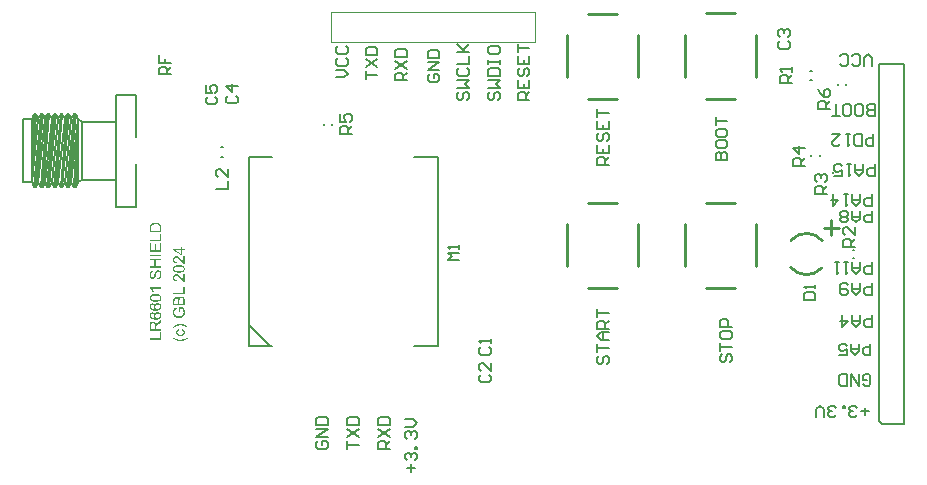
<source format=gto>
G04*
G04 #@! TF.GenerationSoftware,Altium Limited,Altium Designer,23.0.1 (38)*
G04*
G04 Layer_Color=65535*
%FSLAX42Y42*%
%MOMM*%
G71*
G04*
G04 #@! TF.SameCoordinates,95CDDE1D-1A7E-4F85-AF55-DDA07DA04742*
G04*
G04*
G04 #@! TF.FilePolarity,Positive*
G04*
G01*
G75*
%ADD10C,0.25*%
%ADD11C,0.20*%
%ADD12C,0.12*%
G36*
X437Y1958D02*
X460D01*
Y1946D01*
X437D01*
Y1903D01*
X426D01*
X363Y1948D01*
Y1958D01*
X426D01*
Y1971D01*
X437D01*
Y1958D01*
D02*
G37*
G36*
X460Y1830D02*
X460D01*
X460D01*
X459D01*
X458Y1830D01*
X456Y1830D01*
X455Y1831D01*
X454Y1831D01*
X452Y1831D01*
X452D01*
X452Y1831D01*
X451Y1832D01*
X450Y1832D01*
X448Y1833D01*
X446Y1834D01*
X444Y1836D01*
X442Y1837D01*
X439Y1839D01*
X439D01*
X439Y1840D01*
X438Y1840D01*
X437Y1842D01*
X435Y1843D01*
X433Y1845D01*
X430Y1848D01*
X427Y1851D01*
X424Y1855D01*
X424Y1855D01*
X424Y1856D01*
X423Y1856D01*
X422Y1857D01*
X421Y1859D01*
X420Y1860D01*
X419Y1862D01*
X417Y1864D01*
X414Y1867D01*
X410Y1871D01*
X409Y1872D01*
X407Y1874D01*
X405Y1875D01*
X404Y1876D01*
X404D01*
X403Y1877D01*
X403Y1877D01*
X402Y1877D01*
X401Y1878D01*
X399Y1879D01*
X397Y1880D01*
X394Y1881D01*
X392Y1882D01*
X389Y1882D01*
X389D01*
X389D01*
X388Y1882D01*
X387Y1882D01*
X385Y1882D01*
X383Y1881D01*
X381Y1880D01*
X379Y1879D01*
X377Y1877D01*
X377Y1877D01*
X376Y1876D01*
X376Y1875D01*
X375Y1874D01*
X374Y1872D01*
X373Y1869D01*
X372Y1867D01*
X372Y1864D01*
Y1863D01*
X372Y1862D01*
X373Y1861D01*
X373Y1859D01*
X374Y1856D01*
X375Y1854D01*
X376Y1852D01*
X378Y1850D01*
X378Y1849D01*
X379Y1849D01*
X380Y1848D01*
X381Y1847D01*
X383Y1846D01*
X386Y1845D01*
X389Y1845D01*
X392Y1844D01*
X391Y1832D01*
X391D01*
X390Y1832D01*
X389D01*
X388Y1832D01*
X387Y1833D01*
X386Y1833D01*
X384Y1833D01*
X383Y1834D01*
X380Y1835D01*
X376Y1837D01*
X374Y1838D01*
X373Y1839D01*
X371Y1840D01*
X370Y1842D01*
X370Y1842D01*
X370Y1842D01*
X369Y1842D01*
X369Y1843D01*
X368Y1844D01*
X368Y1845D01*
X367Y1846D01*
X366Y1848D01*
X365Y1849D01*
X365Y1851D01*
X364Y1853D01*
X364Y1855D01*
X363Y1857D01*
X363Y1859D01*
X363Y1861D01*
X362Y1864D01*
Y1865D01*
X363Y1866D01*
X363Y1867D01*
X363Y1869D01*
X363Y1870D01*
X363Y1872D01*
X364Y1876D01*
X366Y1879D01*
X367Y1881D01*
X368Y1883D01*
X369Y1885D01*
X370Y1886D01*
X370Y1886D01*
X371Y1887D01*
X371Y1887D01*
X372Y1887D01*
X372Y1888D01*
X373Y1889D01*
X374Y1890D01*
X376Y1890D01*
X378Y1892D01*
X382Y1893D01*
X383Y1894D01*
X385Y1894D01*
X387Y1894D01*
X390Y1895D01*
X390D01*
X391D01*
X392Y1894D01*
X393Y1894D01*
X395Y1894D01*
X397Y1893D01*
X399Y1893D01*
X401Y1892D01*
X401Y1892D01*
X402Y1892D01*
X403Y1891D01*
X405Y1890D01*
X406Y1889D01*
X409Y1888D01*
X411Y1886D01*
X413Y1884D01*
X413Y1884D01*
X414Y1883D01*
X415Y1882D01*
X416Y1882D01*
X416Y1881D01*
X418Y1880D01*
X419Y1878D01*
X420Y1877D01*
X421Y1876D01*
X423Y1874D01*
X424Y1872D01*
X426Y1870D01*
X428Y1868D01*
X430Y1866D01*
X430Y1865D01*
X431Y1865D01*
X431Y1865D01*
X432Y1864D01*
X432Y1863D01*
X433Y1862D01*
X435Y1860D01*
X437Y1857D01*
X439Y1855D01*
X441Y1853D01*
X442Y1852D01*
X443Y1852D01*
X443Y1852D01*
X443Y1851D01*
X444Y1851D01*
X445Y1850D01*
X445Y1849D01*
X446Y1848D01*
X449Y1847D01*
Y1895D01*
X460D01*
Y1830D01*
D02*
G37*
G36*
X417Y1819D02*
X418D01*
X420Y1819D01*
X422Y1819D01*
X427Y1819D01*
X431Y1818D01*
X436Y1817D01*
X438Y1817D01*
X440Y1816D01*
X440D01*
X441Y1816D01*
X441Y1815D01*
X442Y1815D01*
X443Y1815D01*
X444Y1814D01*
X446Y1813D01*
X449Y1812D01*
X452Y1810D01*
X454Y1808D01*
X456Y1805D01*
Y1805D01*
X457Y1805D01*
X457Y1805D01*
X457Y1804D01*
X458Y1803D01*
X458Y1803D01*
X459Y1800D01*
X460Y1798D01*
X461Y1795D01*
X462Y1791D01*
X462Y1788D01*
Y1786D01*
X462Y1785D01*
X462Y1784D01*
X462Y1783D01*
X461Y1781D01*
X461Y1779D01*
X460Y1778D01*
X460Y1776D01*
X459Y1774D01*
X458Y1772D01*
X457Y1770D01*
X455Y1769D01*
X454Y1767D01*
X452Y1765D01*
X452Y1765D01*
X452Y1765D01*
X451Y1765D01*
X450Y1764D01*
X448Y1763D01*
X447Y1762D01*
X445Y1761D01*
X443Y1761D01*
X440Y1760D01*
X437Y1759D01*
X434Y1758D01*
X430Y1757D01*
X426Y1757D01*
X422Y1756D01*
X417Y1756D01*
X412Y1756D01*
X412D01*
X412D01*
X411D01*
X410D01*
X408Y1756D01*
X406D01*
X404Y1756D01*
X402Y1756D01*
X398Y1757D01*
X393Y1757D01*
X389Y1758D01*
X387Y1759D01*
X384Y1759D01*
X384D01*
X384Y1759D01*
X383Y1760D01*
X383Y1760D01*
X382Y1760D01*
X381Y1761D01*
X378Y1762D01*
X376Y1763D01*
X373Y1765D01*
X370Y1767D01*
X368Y1770D01*
Y1770D01*
X368Y1770D01*
X368Y1771D01*
X367Y1771D01*
X367Y1772D01*
X366Y1773D01*
X365Y1775D01*
X364Y1777D01*
X363Y1780D01*
X363Y1784D01*
X362Y1788D01*
Y1789D01*
X363Y1790D01*
X363Y1792D01*
X363Y1794D01*
X364Y1797D01*
X365Y1799D01*
X366Y1801D01*
Y1801D01*
X366Y1802D01*
X366Y1802D01*
X367Y1803D01*
X368Y1805D01*
X369Y1806D01*
X371Y1808D01*
X373Y1810D01*
X375Y1811D01*
X375Y1811D01*
X376Y1812D01*
X377Y1812D01*
X379Y1813D01*
X381Y1814D01*
X383Y1815D01*
X386Y1816D01*
X389Y1817D01*
X390D01*
X390Y1817D01*
X390Y1818D01*
X391Y1818D01*
X392Y1818D01*
X393Y1818D01*
X394Y1818D01*
X395Y1818D01*
X397Y1819D01*
X399Y1819D01*
X401Y1819D01*
X403Y1819D01*
X405Y1819D01*
X407D01*
X410Y1820D01*
X412D01*
X413D01*
X413D01*
X414D01*
X415D01*
X417Y1819D01*
D02*
G37*
G36*
X460Y1678D02*
X460D01*
X460D01*
X459D01*
X458Y1678D01*
X456Y1679D01*
X455Y1679D01*
X454Y1679D01*
X452Y1680D01*
X452D01*
X452Y1680D01*
X451Y1680D01*
X450Y1681D01*
X448Y1682D01*
X446Y1683D01*
X444Y1684D01*
X442Y1686D01*
X439Y1688D01*
X439D01*
X439Y1688D01*
X438Y1689D01*
X437Y1690D01*
X435Y1692D01*
X433Y1694D01*
X430Y1696D01*
X427Y1700D01*
X424Y1703D01*
X424Y1703D01*
X424Y1704D01*
X423Y1705D01*
X422Y1706D01*
X421Y1707D01*
X420Y1709D01*
X419Y1710D01*
X417Y1712D01*
X414Y1715D01*
X410Y1719D01*
X409Y1721D01*
X407Y1722D01*
X405Y1724D01*
X404Y1725D01*
X404D01*
X403Y1725D01*
X403Y1725D01*
X402Y1726D01*
X401Y1727D01*
X399Y1728D01*
X397Y1729D01*
X394Y1730D01*
X392Y1730D01*
X389Y1731D01*
X389D01*
X389D01*
X388Y1730D01*
X387Y1730D01*
X385Y1730D01*
X383Y1729D01*
X381Y1728D01*
X379Y1727D01*
X377Y1725D01*
X377Y1725D01*
X376Y1724D01*
X376Y1723D01*
X375Y1722D01*
X374Y1720D01*
X373Y1718D01*
X372Y1715D01*
X372Y1712D01*
Y1711D01*
X372Y1711D01*
X373Y1709D01*
X373Y1707D01*
X374Y1705D01*
X375Y1702D01*
X376Y1700D01*
X378Y1698D01*
X378Y1698D01*
X379Y1697D01*
X380Y1696D01*
X381Y1695D01*
X383Y1694D01*
X386Y1694D01*
X389Y1693D01*
X392Y1693D01*
X391Y1681D01*
X391D01*
X390Y1681D01*
X389D01*
X388Y1681D01*
X387Y1681D01*
X386Y1681D01*
X384Y1682D01*
X383Y1682D01*
X380Y1683D01*
X376Y1685D01*
X374Y1686D01*
X373Y1687D01*
X371Y1689D01*
X370Y1690D01*
X370Y1690D01*
X370Y1690D01*
X369Y1691D01*
X369Y1692D01*
X368Y1692D01*
X368Y1693D01*
X367Y1694D01*
X366Y1696D01*
X365Y1697D01*
X365Y1699D01*
X364Y1701D01*
X364Y1703D01*
X363Y1705D01*
X363Y1707D01*
X363Y1710D01*
X362Y1712D01*
Y1714D01*
X363Y1715D01*
X363Y1716D01*
X363Y1717D01*
X363Y1719D01*
X363Y1720D01*
X364Y1724D01*
X366Y1728D01*
X367Y1729D01*
X368Y1731D01*
X369Y1733D01*
X370Y1735D01*
X370Y1735D01*
X371Y1735D01*
X371Y1735D01*
X372Y1736D01*
X372Y1736D01*
X373Y1737D01*
X374Y1738D01*
X376Y1739D01*
X378Y1740D01*
X382Y1742D01*
X383Y1742D01*
X385Y1742D01*
X387Y1743D01*
X390Y1743D01*
X390D01*
X391D01*
X392Y1743D01*
X393Y1743D01*
X395Y1742D01*
X397Y1742D01*
X399Y1741D01*
X401Y1740D01*
X401Y1740D01*
X402Y1740D01*
X403Y1739D01*
X405Y1738D01*
X406Y1737D01*
X409Y1736D01*
X411Y1734D01*
X413Y1732D01*
X413Y1732D01*
X414Y1731D01*
X415Y1731D01*
X416Y1730D01*
X416Y1729D01*
X418Y1728D01*
X419Y1727D01*
X420Y1725D01*
X421Y1724D01*
X423Y1722D01*
X424Y1720D01*
X426Y1718D01*
X428Y1716D01*
X430Y1714D01*
X430Y1714D01*
X431Y1714D01*
X431Y1713D01*
X432Y1712D01*
X432Y1711D01*
X433Y1710D01*
X435Y1708D01*
X437Y1706D01*
X439Y1703D01*
X441Y1702D01*
X442Y1701D01*
X443Y1700D01*
X443Y1700D01*
X443Y1699D01*
X444Y1699D01*
X445Y1698D01*
X445Y1697D01*
X446Y1697D01*
X449Y1695D01*
Y1743D01*
X460D01*
Y1678D01*
D02*
G37*
G36*
Y1571D02*
X363D01*
Y1584D01*
X449D01*
Y1632D01*
X460D01*
Y1571D01*
D02*
G37*
G36*
X435Y1553D02*
X436Y1553D01*
X438Y1553D01*
X440Y1552D01*
X443Y1551D01*
X445Y1550D01*
X445Y1550D01*
X446Y1550D01*
X447Y1549D01*
X448Y1548D01*
X450Y1547D01*
X451Y1546D01*
X453Y1545D01*
X454Y1543D01*
X454Y1543D01*
X455Y1543D01*
X455Y1542D01*
X456Y1540D01*
X457Y1539D01*
X457Y1537D01*
X458Y1535D01*
X459Y1532D01*
Y1532D01*
X459Y1531D01*
X459Y1530D01*
X460Y1528D01*
X460Y1526D01*
X460Y1523D01*
X460Y1520D01*
X460Y1517D01*
Y1480D01*
X363D01*
Y1518D01*
X363Y1519D01*
Y1520D01*
X363Y1523D01*
X364Y1525D01*
X364Y1528D01*
X365Y1531D01*
X366Y1534D01*
Y1534D01*
X366Y1534D01*
X366Y1535D01*
X367Y1536D01*
X368Y1538D01*
X369Y1540D01*
X371Y1541D01*
X373Y1543D01*
X375Y1545D01*
X375Y1545D01*
X376Y1545D01*
X377Y1546D01*
X379Y1547D01*
X381Y1547D01*
X383Y1548D01*
X385Y1548D01*
X388Y1549D01*
X388D01*
X389D01*
X390Y1548D01*
X392Y1548D01*
X393Y1548D01*
X395Y1547D01*
X397Y1546D01*
X400Y1545D01*
X400Y1545D01*
X400Y1544D01*
X402Y1544D01*
X403Y1543D01*
X404Y1541D01*
X406Y1539D01*
X407Y1537D01*
X408Y1535D01*
Y1535D01*
X409Y1535D01*
X409Y1536D01*
X409Y1536D01*
X410Y1538D01*
X411Y1540D01*
X412Y1542D01*
X413Y1544D01*
X415Y1547D01*
X417Y1549D01*
X418Y1549D01*
X419Y1549D01*
X420Y1550D01*
X422Y1551D01*
X424Y1552D01*
X426Y1553D01*
X429Y1553D01*
X432Y1553D01*
X432D01*
X432D01*
X433D01*
X435Y1553D01*
D02*
G37*
G36*
X447Y1461D02*
X447Y1461D01*
X448Y1460D01*
X448Y1459D01*
X449Y1459D01*
X449Y1458D01*
X450Y1456D01*
X451Y1455D01*
X453Y1452D01*
X455Y1449D01*
X457Y1445D01*
X458Y1441D01*
Y1441D01*
X458Y1441D01*
X459Y1440D01*
X459Y1440D01*
X459Y1439D01*
X460Y1438D01*
X460Y1436D01*
X460Y1435D01*
X461Y1432D01*
X462Y1428D01*
X462Y1425D01*
X462Y1421D01*
Y1419D01*
X462Y1418D01*
Y1417D01*
X462Y1415D01*
X462Y1414D01*
X461Y1412D01*
X461Y1408D01*
X460Y1404D01*
X458Y1399D01*
X457Y1397D01*
X456Y1394D01*
X456Y1394D01*
X456Y1394D01*
X455Y1393D01*
X455Y1393D01*
X454Y1392D01*
X454Y1391D01*
X452Y1388D01*
X449Y1385D01*
X446Y1382D01*
X442Y1379D01*
X438Y1377D01*
X438D01*
X438Y1376D01*
X437Y1376D01*
X436Y1376D01*
X435Y1375D01*
X434Y1375D01*
X432Y1374D01*
X431Y1374D01*
X429Y1373D01*
X427Y1373D01*
X425Y1372D01*
X422Y1372D01*
X417Y1371D01*
X412Y1371D01*
X412D01*
X412D01*
X411D01*
X410Y1371D01*
X409D01*
X407Y1371D01*
X405Y1371D01*
X404Y1372D01*
X402Y1372D01*
X400Y1372D01*
X395Y1373D01*
X390Y1375D01*
X386Y1377D01*
X386Y1377D01*
X385Y1377D01*
X385Y1377D01*
X384Y1378D01*
X383Y1378D01*
X381Y1379D01*
X379Y1381D01*
X376Y1383D01*
X373Y1386D01*
X370Y1390D01*
X369Y1392D01*
X367Y1394D01*
X367Y1394D01*
X367Y1394D01*
X367Y1395D01*
X366Y1396D01*
X366Y1397D01*
X365Y1398D01*
X365Y1400D01*
X364Y1401D01*
X364Y1403D01*
X363Y1405D01*
X363Y1407D01*
X362Y1409D01*
X361Y1414D01*
X361Y1417D01*
Y1421D01*
X361Y1422D01*
Y1423D01*
X362Y1426D01*
X362Y1429D01*
X363Y1432D01*
X364Y1436D01*
X365Y1439D01*
Y1439D01*
X365Y1439D01*
X365Y1440D01*
X365Y1440D01*
X366Y1442D01*
X367Y1444D01*
X369Y1446D01*
X370Y1448D01*
X372Y1450D01*
X374Y1452D01*
X375Y1452D01*
X375Y1453D01*
X377Y1454D01*
X379Y1455D01*
X381Y1456D01*
X384Y1457D01*
X387Y1459D01*
X390Y1460D01*
X393Y1448D01*
X393D01*
X393Y1448D01*
X393Y1448D01*
X392Y1447D01*
X391Y1447D01*
X389Y1447D01*
X387Y1446D01*
X385Y1445D01*
X383Y1444D01*
X382Y1442D01*
X381Y1442D01*
X381Y1442D01*
X380Y1441D01*
X379Y1440D01*
X378Y1439D01*
X377Y1437D01*
X376Y1435D01*
X375Y1433D01*
X375Y1433D01*
X374Y1432D01*
X374Y1431D01*
X373Y1429D01*
X373Y1427D01*
X373Y1425D01*
X372Y1422D01*
X372Y1420D01*
Y1418D01*
X372Y1417D01*
Y1417D01*
X372Y1415D01*
X373Y1412D01*
X373Y1409D01*
X374Y1407D01*
X375Y1404D01*
X375Y1404D01*
X375Y1403D01*
X376Y1402D01*
X377Y1401D01*
X378Y1399D01*
X379Y1397D01*
X381Y1395D01*
X382Y1394D01*
X382Y1394D01*
X383Y1393D01*
X384Y1393D01*
X385Y1392D01*
X386Y1391D01*
X388Y1390D01*
X390Y1389D01*
X392Y1388D01*
X392D01*
X392Y1388D01*
X393Y1387D01*
X393Y1387D01*
X394Y1387D01*
X395Y1387D01*
X396Y1386D01*
X398Y1386D01*
X401Y1385D01*
X404Y1385D01*
X407Y1384D01*
X411Y1384D01*
X412D01*
X412D01*
X413D01*
X413Y1384D01*
X415D01*
X416Y1384D01*
X417Y1384D01*
X419Y1385D01*
X423Y1385D01*
X426Y1386D01*
X430Y1387D01*
X433Y1388D01*
X434D01*
X434Y1389D01*
X434Y1389D01*
X435Y1389D01*
X436Y1390D01*
X438Y1392D01*
X440Y1394D01*
X443Y1396D01*
X445Y1399D01*
X446Y1402D01*
Y1402D01*
X446Y1402D01*
X447Y1402D01*
X447Y1403D01*
X447Y1404D01*
X448Y1405D01*
X448Y1407D01*
X449Y1410D01*
X450Y1413D01*
X450Y1416D01*
X451Y1420D01*
Y1421D01*
X450Y1422D01*
Y1423D01*
X450Y1425D01*
X450Y1428D01*
X449Y1430D01*
X448Y1433D01*
X447Y1436D01*
Y1436D01*
X447Y1437D01*
X447Y1437D01*
X447Y1437D01*
X446Y1439D01*
X445Y1441D01*
X444Y1443D01*
X443Y1445D01*
X442Y1447D01*
X441Y1448D01*
X422D01*
Y1420D01*
X411D01*
Y1461D01*
X447D01*
X447Y1461D01*
D02*
G37*
G36*
X428Y1321D02*
X430D01*
X432Y1320D01*
X434Y1320D01*
X436Y1320D01*
X439Y1319D01*
X442Y1319D01*
X447Y1318D01*
X451Y1317D01*
X454Y1316D01*
X457Y1315D01*
X460Y1314D01*
X460Y1314D01*
X461Y1314D01*
X462Y1313D01*
X463Y1313D01*
X464Y1312D01*
X466Y1311D01*
X468Y1310D01*
X470Y1309D01*
X472Y1308D01*
X474Y1307D01*
X479Y1304D01*
X484Y1301D01*
X489Y1297D01*
Y1289D01*
X489D01*
X489Y1289D01*
X488Y1289D01*
X488Y1289D01*
X487Y1290D01*
X486Y1290D01*
X485Y1291D01*
X484Y1292D01*
X481Y1293D01*
X477Y1295D01*
X474Y1297D01*
X469Y1299D01*
X465Y1300D01*
X460Y1302D01*
X454Y1304D01*
X449Y1305D01*
X443Y1307D01*
X437Y1308D01*
X431Y1308D01*
X425Y1308D01*
X425D01*
X425D01*
X424D01*
X423D01*
X422Y1308D01*
X421D01*
X419Y1308D01*
X417Y1308D01*
X416Y1308D01*
X414Y1308D01*
X410Y1307D01*
X405Y1307D01*
X400Y1306D01*
X400D01*
X400Y1305D01*
X399Y1305D01*
X399Y1305D01*
X398Y1305D01*
X397Y1305D01*
X394Y1304D01*
X391Y1303D01*
X388Y1302D01*
X385Y1301D01*
X381Y1299D01*
X381D01*
X381Y1299D01*
X381Y1299D01*
X380Y1299D01*
X379Y1298D01*
X379Y1298D01*
X378Y1298D01*
X376Y1297D01*
X375Y1296D01*
X374Y1296D01*
X372Y1295D01*
X370Y1294D01*
X368Y1293D01*
X366Y1291D01*
X364Y1290D01*
X361Y1289D01*
Y1297D01*
X361Y1297D01*
X362Y1298D01*
X363Y1298D01*
X364Y1299D01*
X366Y1300D01*
X367Y1301D01*
X369Y1303D01*
X372Y1304D01*
X374Y1306D01*
X377Y1307D01*
X380Y1309D01*
X382Y1310D01*
X389Y1313D01*
X392Y1314D01*
X395Y1316D01*
X395D01*
X396Y1316D01*
X396Y1316D01*
X397Y1316D01*
X399Y1317D01*
X400Y1317D01*
X402Y1318D01*
X404Y1318D01*
X406Y1319D01*
X409Y1319D01*
X411Y1319D01*
X414Y1320D01*
X419Y1320D01*
X425Y1321D01*
X425D01*
X426D01*
X427D01*
X428Y1321D01*
D02*
G37*
G36*
X437Y1279D02*
X437Y1279D01*
X438Y1279D01*
X439Y1278D01*
X440Y1278D01*
X443Y1277D01*
X446Y1276D01*
X449Y1274D01*
X452Y1272D01*
X454Y1270D01*
X455Y1269D01*
X455Y1269D01*
X455Y1269D01*
X456Y1268D01*
X456Y1268D01*
X457Y1267D01*
X457Y1266D01*
X458Y1265D01*
X459Y1264D01*
X460Y1261D01*
X461Y1257D01*
X462Y1254D01*
X462Y1252D01*
X462Y1250D01*
Y1248D01*
X462Y1247D01*
X462Y1246D01*
X461Y1244D01*
X461Y1243D01*
X461Y1241D01*
X460Y1237D01*
X459Y1236D01*
X458Y1234D01*
X457Y1232D01*
X456Y1230D01*
X454Y1228D01*
X453Y1226D01*
X452Y1226D01*
X452Y1226D01*
X452Y1225D01*
X451Y1225D01*
X450Y1224D01*
X449Y1223D01*
X447Y1223D01*
X446Y1222D01*
X444Y1221D01*
X442Y1220D01*
X440Y1220D01*
X437Y1219D01*
X434Y1218D01*
X432Y1218D01*
X429Y1218D01*
X425Y1218D01*
X425D01*
X425D01*
X424D01*
X423D01*
X422Y1218D01*
X421D01*
X420Y1218D01*
X419Y1218D01*
X415Y1218D01*
X412Y1219D01*
X409Y1220D01*
X405Y1221D01*
X405D01*
X405Y1221D01*
X404Y1222D01*
X404Y1222D01*
X402Y1223D01*
X401Y1224D01*
X398Y1226D01*
X396Y1228D01*
X394Y1230D01*
X392Y1233D01*
Y1233D01*
X392Y1233D01*
X392Y1234D01*
X392Y1234D01*
X391Y1235D01*
X391Y1236D01*
X390Y1238D01*
X390Y1240D01*
X389Y1243D01*
X388Y1246D01*
X388Y1250D01*
Y1251D01*
X388Y1252D01*
Y1253D01*
X388Y1254D01*
X389Y1256D01*
X390Y1259D01*
X391Y1262D01*
X392Y1266D01*
X394Y1268D01*
Y1269D01*
X394Y1269D01*
X395Y1270D01*
X396Y1271D01*
X398Y1272D01*
X401Y1274D01*
X403Y1276D01*
X407Y1277D01*
X410Y1278D01*
X412Y1266D01*
X412D01*
X412Y1266D01*
X411Y1266D01*
X410Y1266D01*
X408Y1265D01*
X407Y1264D01*
X405Y1263D01*
X403Y1262D01*
X402Y1260D01*
X402Y1260D01*
X401Y1260D01*
X401Y1259D01*
X400Y1257D01*
X399Y1256D01*
X399Y1254D01*
X398Y1252D01*
X398Y1250D01*
Y1249D01*
X398Y1249D01*
X398Y1247D01*
X399Y1245D01*
X400Y1243D01*
X401Y1240D01*
X402Y1238D01*
X403Y1237D01*
X404Y1235D01*
X405D01*
X405Y1235D01*
X405Y1235D01*
X406Y1235D01*
X406Y1234D01*
X407Y1234D01*
X408Y1233D01*
X409Y1233D01*
X411Y1232D01*
X412Y1232D01*
X414Y1231D01*
X416Y1231D01*
X418Y1230D01*
X420Y1230D01*
X423Y1230D01*
X425D01*
X425D01*
X426D01*
X426D01*
X427Y1230D01*
X429D01*
X430Y1230D01*
X433Y1231D01*
X436Y1231D01*
X440Y1232D01*
X443Y1233D01*
X445Y1234D01*
X446Y1235D01*
X446Y1235D01*
X447Y1236D01*
X448Y1237D01*
X449Y1239D01*
X450Y1241D01*
X451Y1244D01*
X452Y1246D01*
X452Y1248D01*
X452Y1249D01*
Y1250D01*
X452Y1251D01*
X452Y1252D01*
X452Y1254D01*
X451Y1255D01*
X450Y1257D01*
X449Y1259D01*
X448Y1261D01*
X448Y1261D01*
X447Y1262D01*
X446Y1263D01*
X445Y1264D01*
X443Y1265D01*
X440Y1266D01*
X438Y1267D01*
X434Y1267D01*
X436Y1279D01*
X436D01*
X437Y1279D01*
D02*
G37*
G36*
X489Y1199D02*
X489Y1198D01*
X489Y1198D01*
X488Y1198D01*
X487Y1197D01*
X486Y1196D01*
X484Y1195D01*
X483Y1194D01*
X481Y1193D01*
X479Y1191D01*
X477Y1190D01*
X474Y1189D01*
X472Y1187D01*
X469Y1186D01*
X466Y1184D01*
X460Y1182D01*
X460Y1182D01*
X459Y1181D01*
X458Y1181D01*
X457Y1181D01*
X455Y1180D01*
X454Y1180D01*
X452Y1179D01*
X449Y1178D01*
X447Y1178D01*
X444Y1177D01*
X441Y1177D01*
X438Y1176D01*
X432Y1175D01*
X429Y1175D01*
X425Y1175D01*
X425D01*
X424D01*
X424D01*
X423Y1175D01*
X421D01*
X419Y1175D01*
X418Y1175D01*
X415Y1176D01*
X413Y1176D01*
X411Y1176D01*
X406Y1177D01*
X400Y1178D01*
X395Y1180D01*
X395Y1180D01*
X394Y1180D01*
X393Y1181D01*
X392Y1181D01*
X391Y1182D01*
X389Y1183D01*
X387Y1184D01*
X384Y1185D01*
X382Y1186D01*
X379Y1187D01*
X376Y1189D01*
X374Y1190D01*
X370Y1192D01*
X367Y1194D01*
X364Y1196D01*
X361Y1199D01*
Y1207D01*
X361Y1207D01*
X362Y1207D01*
X362Y1206D01*
X363Y1206D01*
X365Y1205D01*
X366Y1204D01*
X369Y1203D01*
X372Y1201D01*
X375Y1199D01*
X379Y1198D01*
X380Y1197D01*
X381Y1196D01*
X381D01*
X381Y1196D01*
X382Y1196D01*
X383Y1196D01*
X383Y1195D01*
X384Y1195D01*
X386Y1195D01*
X387Y1194D01*
X390Y1193D01*
X393Y1192D01*
X397Y1191D01*
X400Y1190D01*
X400D01*
X401Y1190D01*
X402Y1190D01*
X402Y1190D01*
X403Y1189D01*
X405Y1189D01*
X406Y1189D01*
X408Y1189D01*
X410Y1188D01*
X412Y1188D01*
X416Y1188D01*
X421Y1187D01*
X425Y1187D01*
X425D01*
X426D01*
X426D01*
X427D01*
X427Y1187D01*
X428D01*
X429Y1188D01*
X431D01*
X434Y1188D01*
X437Y1188D01*
X441Y1189D01*
X445Y1190D01*
X450Y1191D01*
X455Y1192D01*
X460Y1194D01*
X466Y1196D01*
X471Y1198D01*
X477Y1201D01*
X483Y1204D01*
X489Y1207D01*
Y1199D01*
D02*
G37*
G36*
X216Y2178D02*
X217D01*
X220Y2178D01*
X223Y2178D01*
X226Y2177D01*
X230Y2176D01*
X233Y2176D01*
X233D01*
X233Y2175D01*
X234Y2175D01*
X234Y2175D01*
X236Y2175D01*
X238Y2174D01*
X240Y2173D01*
X242Y2172D01*
X245Y2170D01*
X247Y2169D01*
X247Y2169D01*
X248Y2168D01*
X249Y2167D01*
X250Y2166D01*
X252Y2165D01*
X253Y2163D01*
X255Y2162D01*
X256Y2160D01*
X256Y2160D01*
X257Y2159D01*
X257Y2158D01*
X258Y2157D01*
X259Y2155D01*
X259Y2153D01*
X260Y2151D01*
X261Y2148D01*
Y2148D01*
X261Y2148D01*
X261Y2147D01*
X261Y2146D01*
X262Y2144D01*
X262Y2142D01*
X262Y2139D01*
X262Y2136D01*
X262Y2133D01*
Y2098D01*
X165D01*
Y2135D01*
X165Y2138D01*
X165Y2140D01*
X166Y2143D01*
X166Y2146D01*
X166Y2148D01*
Y2149D01*
X166Y2149D01*
Y2149D01*
X167Y2150D01*
X167Y2151D01*
X168Y2153D01*
X169Y2156D01*
X170Y2158D01*
X172Y2160D01*
X173Y2163D01*
X174Y2163D01*
X174Y2163D01*
X174Y2163D01*
X175Y2164D01*
X176Y2165D01*
X178Y2167D01*
X180Y2169D01*
X183Y2171D01*
X186Y2173D01*
X190Y2174D01*
X190D01*
X190Y2174D01*
X191Y2175D01*
X192Y2175D01*
X193Y2175D01*
X194Y2176D01*
X195Y2176D01*
X197Y2176D01*
X198Y2177D01*
X200Y2177D01*
X204Y2178D01*
X209Y2178D01*
X213Y2178D01*
X213D01*
X214D01*
X214D01*
X215D01*
X216Y2178D01*
D02*
G37*
G36*
X262Y2021D02*
X165D01*
Y2034D01*
X251D01*
Y2082D01*
X262D01*
Y2021D01*
D02*
G37*
G36*
Y1931D02*
X165D01*
Y2002D01*
X177D01*
Y1944D01*
X206D01*
Y1998D01*
X218D01*
Y1944D01*
X251D01*
Y2004D01*
X262D01*
Y1931D01*
D02*
G37*
G36*
Y1895D02*
X165D01*
Y1908D01*
X262D01*
Y1895D01*
D02*
G37*
G36*
Y1858D02*
X217D01*
Y1808D01*
X262D01*
Y1795D01*
X165D01*
Y1808D01*
X205D01*
Y1858D01*
X165D01*
Y1871D01*
X262D01*
Y1858D01*
D02*
G37*
G36*
X238Y1776D02*
X240Y1776D01*
X242Y1776D01*
X245Y1775D01*
X247Y1774D01*
X250Y1772D01*
X250D01*
X250Y1772D01*
X251Y1771D01*
X252Y1770D01*
X254Y1769D01*
X255Y1767D01*
X257Y1765D01*
X259Y1762D01*
X260Y1759D01*
Y1759D01*
X261Y1759D01*
X261Y1759D01*
X261Y1758D01*
X261Y1757D01*
X262Y1756D01*
X262Y1754D01*
X263Y1751D01*
X264Y1748D01*
X264Y1744D01*
X264Y1741D01*
Y1738D01*
X264Y1737D01*
Y1736D01*
X264Y1735D01*
X264Y1733D01*
X263Y1729D01*
X263Y1726D01*
X262Y1722D01*
X260Y1719D01*
Y1718D01*
X260Y1718D01*
X260Y1718D01*
X260Y1717D01*
X259Y1715D01*
X258Y1713D01*
X256Y1711D01*
X254Y1709D01*
X252Y1707D01*
X249Y1704D01*
X249D01*
X248Y1704D01*
X248Y1704D01*
X247Y1704D01*
X247Y1703D01*
X246Y1703D01*
X244Y1702D01*
X241Y1701D01*
X238Y1700D01*
X235Y1700D01*
X231Y1699D01*
X230Y1711D01*
X230D01*
X230D01*
X231Y1711D01*
X231D01*
X233Y1712D01*
X234Y1712D01*
X236Y1713D01*
X238Y1713D01*
X240Y1714D01*
X242Y1715D01*
X242Y1715D01*
X243Y1716D01*
X244Y1717D01*
X245Y1718D01*
X246Y1719D01*
X247Y1721D01*
X249Y1723D01*
X250Y1725D01*
Y1725D01*
X250Y1725D01*
X250Y1726D01*
X250Y1726D01*
X251Y1728D01*
X251Y1729D01*
X252Y1732D01*
X252Y1734D01*
X252Y1737D01*
X253Y1740D01*
Y1741D01*
X252Y1743D01*
X252Y1744D01*
X252Y1746D01*
X252Y1749D01*
X251Y1751D01*
X251Y1753D01*
X250Y1753D01*
X250Y1754D01*
X250Y1755D01*
X249Y1756D01*
X248Y1758D01*
X247Y1759D01*
X246Y1760D01*
X244Y1762D01*
X244Y1762D01*
X244Y1762D01*
X243Y1762D01*
X242Y1763D01*
X241Y1764D01*
X239Y1764D01*
X238Y1764D01*
X236Y1764D01*
X236D01*
X235D01*
X234Y1764D01*
X233Y1764D01*
X232Y1764D01*
X231Y1763D01*
X229Y1763D01*
X228Y1762D01*
X228Y1761D01*
X228Y1761D01*
X227Y1760D01*
X226Y1759D01*
X225Y1758D01*
X224Y1757D01*
X223Y1755D01*
X222Y1753D01*
X222Y1753D01*
X222Y1752D01*
X222Y1751D01*
X222Y1750D01*
X221Y1749D01*
X221Y1748D01*
X221Y1747D01*
X220Y1745D01*
X220Y1744D01*
X219Y1742D01*
X219Y1740D01*
X218Y1738D01*
X218Y1735D01*
Y1735D01*
X218Y1735D01*
X217Y1734D01*
X217Y1733D01*
X217Y1732D01*
X217Y1731D01*
X216Y1728D01*
X215Y1725D01*
X214Y1722D01*
X213Y1719D01*
X212Y1718D01*
X212Y1717D01*
Y1716D01*
X211Y1716D01*
X211Y1715D01*
X210Y1714D01*
X209Y1713D01*
X208Y1711D01*
X206Y1709D01*
X204Y1708D01*
X202Y1706D01*
X202Y1706D01*
X201Y1706D01*
X200Y1705D01*
X199Y1705D01*
X197Y1704D01*
X195Y1703D01*
X193Y1703D01*
X190Y1703D01*
X190D01*
X190D01*
X190D01*
X189D01*
X188Y1703D01*
X186Y1703D01*
X184Y1704D01*
X181Y1705D01*
X179Y1706D01*
X177Y1707D01*
X176D01*
X176Y1707D01*
X175Y1708D01*
X174Y1709D01*
X173Y1710D01*
X171Y1712D01*
X170Y1714D01*
X168Y1716D01*
X167Y1719D01*
Y1719D01*
X166Y1720D01*
X166Y1720D01*
X166Y1721D01*
X166Y1721D01*
X166Y1722D01*
X165Y1724D01*
X164Y1727D01*
X164Y1730D01*
X163Y1733D01*
X163Y1737D01*
Y1739D01*
X163Y1740D01*
Y1741D01*
X164Y1744D01*
X164Y1747D01*
X165Y1750D01*
X166Y1753D01*
X167Y1756D01*
Y1756D01*
X167Y1757D01*
X167Y1757D01*
X167Y1758D01*
X168Y1759D01*
X169Y1761D01*
X171Y1763D01*
X173Y1765D01*
X175Y1767D01*
X177Y1769D01*
X177D01*
X177Y1769D01*
X178Y1769D01*
X178Y1770D01*
X180Y1770D01*
X182Y1771D01*
X184Y1772D01*
X187Y1773D01*
X189Y1774D01*
X192Y1774D01*
X193Y1761D01*
X193D01*
X193D01*
X193Y1761D01*
X192Y1761D01*
X190Y1761D01*
X188Y1760D01*
X186Y1759D01*
X184Y1758D01*
X182Y1756D01*
X180Y1754D01*
X179Y1754D01*
X179Y1753D01*
X178Y1752D01*
X177Y1750D01*
X176Y1748D01*
X176Y1745D01*
X175Y1742D01*
X175Y1738D01*
Y1736D01*
X175Y1735D01*
X175Y1734D01*
X175Y1731D01*
X176Y1728D01*
X177Y1725D01*
X178Y1723D01*
X178Y1722D01*
X179Y1721D01*
X179Y1720D01*
X180Y1720D01*
X181Y1719D01*
X182Y1718D01*
X184Y1717D01*
X185Y1716D01*
X187Y1716D01*
X189Y1715D01*
X190D01*
X190D01*
X191Y1715D01*
X192Y1716D01*
X194Y1716D01*
X195Y1717D01*
X197Y1718D01*
X198Y1719D01*
X198Y1719D01*
X199Y1720D01*
X199Y1720D01*
X199Y1721D01*
X200Y1722D01*
X200Y1723D01*
X201Y1724D01*
X201Y1725D01*
X202Y1727D01*
X203Y1729D01*
X203Y1731D01*
X204Y1733D01*
X204Y1736D01*
X205Y1738D01*
Y1739D01*
X205Y1739D01*
X205Y1740D01*
X206Y1741D01*
X206Y1742D01*
X206Y1744D01*
X207Y1745D01*
X207Y1747D01*
X208Y1751D01*
X209Y1754D01*
X210Y1756D01*
X210Y1757D01*
X211Y1759D01*
X211Y1760D01*
Y1760D01*
X211Y1760D01*
X212Y1761D01*
X212Y1761D01*
X213Y1763D01*
X214Y1765D01*
X216Y1767D01*
X217Y1769D01*
X219Y1771D01*
X221Y1773D01*
X222Y1773D01*
X222Y1773D01*
X224Y1774D01*
X225Y1775D01*
X227Y1775D01*
X230Y1776D01*
X232Y1777D01*
X235Y1777D01*
X235D01*
X235D01*
X236D01*
X236D01*
X238Y1776D01*
D02*
G37*
G36*
X262Y1618D02*
X186D01*
X186Y1618D01*
X187Y1617D01*
X188Y1616D01*
X189Y1615D01*
X190Y1613D01*
X191Y1611D01*
X193Y1609D01*
X195Y1607D01*
Y1606D01*
X195Y1606D01*
X195Y1605D01*
X196Y1604D01*
X197Y1602D01*
X198Y1600D01*
X199Y1598D01*
X200Y1596D01*
X201Y1594D01*
X189D01*
Y1594D01*
X189Y1594D01*
X189Y1595D01*
X188Y1596D01*
X188Y1597D01*
X187Y1598D01*
X186Y1600D01*
X184Y1603D01*
X182Y1606D01*
X180Y1609D01*
X178Y1612D01*
X177Y1612D01*
X177Y1612D01*
X177Y1612D01*
X177Y1613D01*
X175Y1614D01*
X173Y1616D01*
X171Y1617D01*
X169Y1619D01*
X167Y1621D01*
X165Y1622D01*
Y1630D01*
X262D01*
Y1618D01*
D02*
G37*
G36*
X219Y1573D02*
X220D01*
X222Y1572D01*
X224Y1572D01*
X229Y1572D01*
X233Y1571D01*
X238Y1570D01*
X240Y1570D01*
X242Y1569D01*
X242D01*
X243Y1569D01*
X243Y1569D01*
X244Y1568D01*
X245Y1568D01*
X246Y1568D01*
X248Y1566D01*
X251Y1565D01*
X254Y1563D01*
X256Y1561D01*
X259Y1559D01*
Y1558D01*
X259Y1558D01*
X259Y1558D01*
X259Y1557D01*
X260Y1557D01*
X260Y1556D01*
X261Y1554D01*
X262Y1551D01*
X263Y1548D01*
X264Y1545D01*
X264Y1541D01*
Y1540D01*
X264Y1539D01*
X264Y1537D01*
X264Y1536D01*
X263Y1534D01*
X263Y1533D01*
X262Y1531D01*
X262Y1529D01*
X261Y1527D01*
X260Y1526D01*
X259Y1524D01*
X257Y1522D01*
X256Y1520D01*
X254Y1519D01*
X254Y1518D01*
X254Y1518D01*
X253Y1518D01*
X252Y1517D01*
X251Y1516D01*
X249Y1516D01*
X247Y1515D01*
X245Y1514D01*
X242Y1513D01*
X239Y1512D01*
X236Y1511D01*
X232Y1511D01*
X228Y1510D01*
X224Y1509D01*
X219Y1509D01*
X214Y1509D01*
X214D01*
X214D01*
X213D01*
X212D01*
X210Y1509D01*
X208D01*
X207Y1509D01*
X204Y1509D01*
X200Y1510D01*
X195Y1511D01*
X191Y1511D01*
X189Y1512D01*
X187Y1513D01*
X186D01*
X186Y1513D01*
X186Y1513D01*
X185Y1513D01*
X184Y1514D01*
X183Y1514D01*
X180Y1515D01*
X178Y1517D01*
X175Y1518D01*
X173Y1521D01*
X170Y1523D01*
Y1523D01*
X170Y1523D01*
X170Y1524D01*
X169Y1524D01*
X169Y1525D01*
X168Y1526D01*
X167Y1528D01*
X166Y1531D01*
X165Y1534D01*
X165Y1537D01*
X165Y1541D01*
Y1542D01*
X165Y1544D01*
X165Y1546D01*
X165Y1548D01*
X166Y1550D01*
X167Y1552D01*
X168Y1555D01*
Y1555D01*
X168Y1555D01*
X168Y1556D01*
X169Y1557D01*
X170Y1558D01*
X171Y1560D01*
X173Y1561D01*
X175Y1563D01*
X177Y1564D01*
X177Y1565D01*
X178Y1565D01*
X179Y1566D01*
X181Y1567D01*
X183Y1568D01*
X186Y1569D01*
X188Y1570D01*
X191Y1571D01*
X192D01*
X192Y1571D01*
X192Y1571D01*
X193Y1571D01*
X194Y1571D01*
X195Y1571D01*
X196Y1572D01*
X198Y1572D01*
X199Y1572D01*
X201Y1572D01*
X203Y1572D01*
X205Y1572D01*
X207Y1573D01*
X209D01*
X212Y1573D01*
X214D01*
X215D01*
X215D01*
X216D01*
X217D01*
X219Y1573D01*
D02*
G37*
G36*
X233Y1497D02*
X234D01*
X236Y1497D01*
X239Y1496D01*
X242Y1496D01*
X245Y1495D01*
X248Y1493D01*
X248D01*
X248Y1493D01*
X249Y1493D01*
X249Y1492D01*
X251Y1492D01*
X252Y1490D01*
X254Y1489D01*
X256Y1487D01*
X258Y1485D01*
X260Y1482D01*
Y1482D01*
X260Y1482D01*
X261Y1482D01*
X261Y1481D01*
X261Y1480D01*
X262Y1478D01*
X263Y1475D01*
X263Y1473D01*
X264Y1470D01*
X264Y1466D01*
Y1466D01*
X264Y1465D01*
Y1464D01*
X264Y1463D01*
X264Y1461D01*
X263Y1460D01*
X263Y1458D01*
X262Y1456D01*
X262Y1454D01*
X261Y1452D01*
X260Y1450D01*
X258Y1448D01*
X257Y1446D01*
X255Y1444D01*
X253Y1442D01*
X253Y1442D01*
X253Y1442D01*
X252Y1441D01*
X251Y1441D01*
X250Y1440D01*
X248Y1439D01*
X247Y1438D01*
X245Y1437D01*
X242Y1436D01*
X240Y1436D01*
X237Y1435D01*
X233Y1434D01*
X230Y1433D01*
X226Y1433D01*
X221Y1433D01*
X217Y1433D01*
X217D01*
X217D01*
X216D01*
X216D01*
X214Y1433D01*
X212D01*
X210Y1433D01*
X207Y1433D01*
X204Y1433D01*
X201Y1434D01*
X198Y1434D01*
X194Y1435D01*
X191Y1436D01*
X188Y1437D01*
X184Y1438D01*
X181Y1440D01*
X178Y1441D01*
X176Y1443D01*
X176Y1443D01*
X175Y1444D01*
X175Y1444D01*
X174Y1445D01*
X173Y1446D01*
X172Y1447D01*
X171Y1448D01*
X170Y1450D01*
X169Y1451D01*
X168Y1453D01*
X167Y1455D01*
X166Y1457D01*
X166Y1460D01*
X165Y1462D01*
X165Y1465D01*
X165Y1468D01*
Y1469D01*
X165Y1470D01*
Y1471D01*
X165Y1472D01*
X165Y1475D01*
X166Y1477D01*
X167Y1481D01*
X169Y1484D01*
X170Y1485D01*
X171Y1487D01*
X171Y1487D01*
X171Y1487D01*
X172Y1487D01*
X172Y1488D01*
X173Y1488D01*
X174Y1489D01*
X176Y1491D01*
X178Y1492D01*
X181Y1494D01*
X185Y1495D01*
X189Y1496D01*
X190Y1484D01*
X190D01*
X189Y1484D01*
X189Y1483D01*
X187Y1483D01*
X186Y1482D01*
X184Y1482D01*
X182Y1481D01*
X181Y1480D01*
X180Y1479D01*
X179Y1479D01*
X179Y1478D01*
X178Y1477D01*
X177Y1476D01*
X176Y1474D01*
X175Y1472D01*
X175Y1470D01*
X174Y1467D01*
Y1466D01*
X175Y1465D01*
X175Y1464D01*
X175Y1462D01*
X176Y1460D01*
X177Y1459D01*
X178Y1457D01*
X178Y1457D01*
X178Y1456D01*
X179Y1455D01*
X181Y1454D01*
X182Y1452D01*
X184Y1451D01*
X187Y1449D01*
X190Y1448D01*
X190D01*
X190Y1448D01*
X191Y1448D01*
X191Y1447D01*
X192Y1447D01*
X193Y1447D01*
X194Y1447D01*
X196Y1446D01*
X197Y1446D01*
X199Y1446D01*
X201Y1445D01*
X203Y1445D01*
X205Y1445D01*
X207Y1445D01*
X210Y1445D01*
X212D01*
X212Y1445D01*
X211Y1445D01*
X210Y1446D01*
X209Y1448D01*
X207Y1449D01*
X205Y1451D01*
X204Y1453D01*
X202Y1455D01*
Y1455D01*
X202Y1455D01*
X202Y1456D01*
X201Y1457D01*
X201Y1459D01*
X200Y1461D01*
X200Y1463D01*
X199Y1466D01*
X199Y1468D01*
Y1469D01*
X199Y1470D01*
X199Y1471D01*
X200Y1473D01*
X200Y1474D01*
X200Y1475D01*
X201Y1479D01*
X202Y1480D01*
X203Y1482D01*
X204Y1484D01*
X205Y1486D01*
X207Y1487D01*
X208Y1489D01*
X208Y1489D01*
X209Y1489D01*
X209Y1490D01*
X210Y1490D01*
X211Y1491D01*
X212Y1491D01*
X213Y1492D01*
X214Y1493D01*
X216Y1494D01*
X218Y1495D01*
X220Y1495D01*
X221Y1496D01*
X224Y1496D01*
X226Y1497D01*
X228Y1497D01*
X231Y1497D01*
X231D01*
X231D01*
X232D01*
X232D01*
X233Y1497D01*
D02*
G37*
G36*
Y1421D02*
X234D01*
X236Y1421D01*
X239Y1420D01*
X242Y1420D01*
X245Y1419D01*
X248Y1417D01*
X248D01*
X248Y1417D01*
X249Y1417D01*
X249Y1417D01*
X251Y1416D01*
X252Y1414D01*
X254Y1413D01*
X256Y1411D01*
X258Y1409D01*
X260Y1406D01*
Y1406D01*
X260Y1406D01*
X261Y1406D01*
X261Y1405D01*
X261Y1404D01*
X262Y1402D01*
X263Y1400D01*
X263Y1397D01*
X264Y1394D01*
X264Y1391D01*
Y1390D01*
X264Y1389D01*
Y1388D01*
X264Y1387D01*
X264Y1385D01*
X263Y1384D01*
X263Y1382D01*
X262Y1380D01*
X262Y1378D01*
X261Y1376D01*
X260Y1374D01*
X258Y1372D01*
X257Y1370D01*
X255Y1368D01*
X253Y1366D01*
X253Y1366D01*
X253Y1366D01*
X252Y1365D01*
X251Y1365D01*
X250Y1364D01*
X248Y1363D01*
X247Y1362D01*
X245Y1362D01*
X242Y1361D01*
X240Y1360D01*
X237Y1359D01*
X233Y1358D01*
X230Y1358D01*
X226Y1357D01*
X221Y1357D01*
X217Y1357D01*
X217D01*
X217D01*
X216D01*
X216D01*
X214Y1357D01*
X212D01*
X210Y1357D01*
X207Y1357D01*
X204Y1358D01*
X201Y1358D01*
X198Y1359D01*
X194Y1359D01*
X191Y1360D01*
X188Y1361D01*
X184Y1362D01*
X181Y1364D01*
X178Y1365D01*
X176Y1367D01*
X176Y1367D01*
X175Y1368D01*
X175Y1368D01*
X174Y1369D01*
X173Y1370D01*
X172Y1371D01*
X171Y1372D01*
X170Y1374D01*
X169Y1375D01*
X168Y1377D01*
X167Y1379D01*
X166Y1381D01*
X166Y1384D01*
X165Y1386D01*
X165Y1389D01*
X165Y1392D01*
Y1393D01*
X165Y1394D01*
Y1395D01*
X165Y1396D01*
X165Y1399D01*
X166Y1402D01*
X167Y1405D01*
X169Y1408D01*
X170Y1409D01*
X171Y1411D01*
X171Y1411D01*
X171Y1411D01*
X172Y1412D01*
X172Y1412D01*
X173Y1413D01*
X174Y1413D01*
X176Y1415D01*
X178Y1416D01*
X181Y1418D01*
X185Y1419D01*
X189Y1420D01*
X190Y1408D01*
X190D01*
X189Y1408D01*
X189Y1408D01*
X187Y1407D01*
X186Y1407D01*
X184Y1406D01*
X182Y1405D01*
X181Y1404D01*
X180Y1403D01*
X179Y1403D01*
X179Y1402D01*
X178Y1401D01*
X177Y1400D01*
X176Y1398D01*
X175Y1396D01*
X175Y1394D01*
X174Y1391D01*
Y1390D01*
X175Y1389D01*
X175Y1388D01*
X175Y1386D01*
X176Y1384D01*
X177Y1383D01*
X178Y1381D01*
X178Y1381D01*
X178Y1380D01*
X179Y1379D01*
X181Y1378D01*
X182Y1376D01*
X184Y1375D01*
X187Y1373D01*
X190Y1372D01*
X190D01*
X190Y1372D01*
X191Y1372D01*
X191Y1371D01*
X192Y1371D01*
X193Y1371D01*
X194Y1371D01*
X196Y1370D01*
X197Y1370D01*
X199Y1370D01*
X201Y1369D01*
X203Y1369D01*
X205Y1369D01*
X207Y1369D01*
X210Y1369D01*
X212D01*
X212Y1369D01*
X211Y1369D01*
X210Y1370D01*
X209Y1372D01*
X207Y1373D01*
X205Y1375D01*
X204Y1377D01*
X202Y1379D01*
Y1379D01*
X202Y1380D01*
X202Y1380D01*
X201Y1382D01*
X201Y1383D01*
X200Y1385D01*
X200Y1388D01*
X199Y1390D01*
X199Y1392D01*
Y1394D01*
X199Y1394D01*
X199Y1396D01*
X200Y1397D01*
X200Y1398D01*
X200Y1400D01*
X201Y1403D01*
X202Y1404D01*
X203Y1406D01*
X204Y1408D01*
X205Y1410D01*
X207Y1411D01*
X208Y1413D01*
X208Y1413D01*
X209Y1413D01*
X209Y1414D01*
X210Y1414D01*
X211Y1415D01*
X212Y1416D01*
X213Y1416D01*
X214Y1417D01*
X216Y1418D01*
X218Y1419D01*
X220Y1419D01*
X221Y1420D01*
X224Y1421D01*
X226Y1421D01*
X228Y1421D01*
X231Y1421D01*
X231D01*
X231D01*
X232D01*
X232D01*
X233Y1421D01*
D02*
G37*
G36*
X262Y1334D02*
X242Y1321D01*
X242D01*
X242Y1321D01*
X241Y1320D01*
X241Y1320D01*
X239Y1319D01*
X237Y1318D01*
X235Y1316D01*
X233Y1315D01*
X231Y1313D01*
X229Y1312D01*
X229Y1311D01*
X228Y1311D01*
X227Y1310D01*
X226Y1309D01*
X224Y1307D01*
X223Y1306D01*
X222Y1305D01*
X222Y1305D01*
X222Y1305D01*
X222Y1304D01*
X221Y1303D01*
X221Y1302D01*
X220Y1301D01*
X220Y1299D01*
Y1299D01*
X220Y1299D01*
Y1298D01*
X220Y1297D01*
X219Y1296D01*
Y1295D01*
X219Y1294D01*
Y1277D01*
X262D01*
Y1264D01*
X165D01*
Y1309D01*
X165Y1310D01*
Y1312D01*
X165Y1315D01*
X166Y1318D01*
X166Y1321D01*
X167Y1324D01*
X167Y1326D01*
X168Y1327D01*
Y1327D01*
X168Y1327D01*
X168Y1328D01*
X169Y1329D01*
X170Y1331D01*
X171Y1333D01*
X173Y1335D01*
X175Y1336D01*
X177Y1338D01*
X177D01*
X177Y1338D01*
X178Y1339D01*
X179Y1339D01*
X181Y1340D01*
X183Y1341D01*
X186Y1341D01*
X189Y1342D01*
X192Y1342D01*
X192D01*
X192D01*
X193D01*
X193Y1342D01*
X194D01*
X195Y1342D01*
X198Y1341D01*
X200Y1340D01*
X203Y1339D01*
X206Y1337D01*
X208Y1336D01*
X209Y1335D01*
X209Y1335D01*
X209Y1335D01*
X210Y1335D01*
X210Y1334D01*
X211Y1333D01*
X211Y1332D01*
X212Y1331D01*
X213Y1330D01*
X214Y1329D01*
X214Y1327D01*
X215Y1326D01*
X216Y1324D01*
X217Y1322D01*
X217Y1319D01*
X218Y1317D01*
X218Y1315D01*
X218Y1315D01*
X219Y1315D01*
X219Y1316D01*
X220Y1317D01*
X221Y1320D01*
X222Y1321D01*
X223Y1322D01*
X223Y1323D01*
X224Y1323D01*
X225Y1324D01*
X227Y1326D01*
X229Y1327D01*
X231Y1329D01*
X233Y1331D01*
X236Y1333D01*
X262Y1350D01*
Y1334D01*
D02*
G37*
G36*
Y1188D02*
X165D01*
Y1200D01*
X251D01*
Y1249D01*
X262D01*
Y1188D01*
D02*
G37*
%LPC*%
G36*
X426Y1946D02*
X382D01*
X426Y1915D01*
Y1946D01*
D02*
G37*
G36*
X417Y1807D02*
X412D01*
X412D01*
X412D01*
X411D01*
X410D01*
X408Y1807D01*
X407D01*
X404Y1807D01*
X402Y1807D01*
X399Y1807D01*
X394Y1806D01*
X391Y1805D01*
X389Y1805D01*
X386Y1804D01*
X384Y1803D01*
X382Y1803D01*
X380Y1802D01*
X380D01*
X380Y1801D01*
X380Y1801D01*
X379Y1801D01*
X378Y1799D01*
X376Y1798D01*
X375Y1796D01*
X374Y1793D01*
X373Y1792D01*
X373Y1791D01*
X372Y1789D01*
X372Y1788D01*
Y1787D01*
X372Y1786D01*
X373Y1785D01*
X373Y1783D01*
X374Y1781D01*
X375Y1778D01*
X376Y1777D01*
X377Y1776D01*
X378Y1775D01*
X379Y1774D01*
X380D01*
X380Y1774D01*
X380Y1774D01*
X381Y1773D01*
X382Y1773D01*
X383Y1772D01*
X385Y1772D01*
X387Y1771D01*
X389Y1771D01*
X391Y1770D01*
X394Y1769D01*
X397Y1769D01*
X400Y1769D01*
X404Y1768D01*
X408Y1768D01*
X412Y1768D01*
X413D01*
X413D01*
X415D01*
X416Y1768D01*
X418D01*
X420Y1768D01*
X423Y1768D01*
X425Y1769D01*
X431Y1769D01*
X434Y1770D01*
X436Y1770D01*
X438Y1771D01*
X441Y1772D01*
X443Y1773D01*
X444Y1774D01*
X445D01*
X445Y1774D01*
X446Y1775D01*
X447Y1776D01*
X448Y1778D01*
X450Y1780D01*
X451Y1782D01*
X452Y1785D01*
X452Y1786D01*
X452Y1788D01*
Y1789D01*
X452Y1789D01*
X452Y1790D01*
X451Y1792D01*
X450Y1795D01*
X449Y1797D01*
X448Y1798D01*
X447Y1799D01*
X446Y1800D01*
X444Y1801D01*
X444D01*
X444Y1802D01*
X444Y1802D01*
X443Y1802D01*
X442Y1803D01*
X441Y1803D01*
X439Y1804D01*
X437Y1804D01*
X435Y1805D01*
X433Y1805D01*
X430Y1806D01*
X428Y1806D01*
X424Y1807D01*
X421Y1807D01*
X417Y1807D01*
D02*
G37*
G36*
X432Y1540D02*
X432D01*
X431D01*
X430Y1540D01*
X429Y1540D01*
X427Y1539D01*
X426Y1539D01*
X424Y1538D01*
X423Y1537D01*
X423Y1537D01*
X422Y1537D01*
X421Y1536D01*
X421Y1535D01*
X420Y1534D01*
X419Y1533D01*
X418Y1531D01*
X417Y1529D01*
X417Y1529D01*
X417Y1528D01*
X416Y1527D01*
X416Y1526D01*
X416Y1524D01*
X416Y1521D01*
X415Y1518D01*
Y1493D01*
X449D01*
Y1520D01*
X449Y1523D01*
X449Y1525D01*
X448Y1526D01*
Y1526D01*
X448Y1526D01*
X448Y1527D01*
X448Y1528D01*
X447Y1531D01*
X446Y1533D01*
X446Y1533D01*
X445Y1534D01*
X445Y1534D01*
X445Y1535D01*
X444Y1536D01*
X443Y1537D01*
X442Y1537D01*
X440Y1538D01*
X440Y1538D01*
X440Y1538D01*
X439Y1539D01*
X438Y1539D01*
X437Y1540D01*
X435Y1540D01*
X434Y1540D01*
X432Y1540D01*
D02*
G37*
G36*
X389Y1536D02*
X389D01*
X389D01*
X388Y1536D01*
X387Y1536D01*
X385Y1535D01*
X384Y1535D01*
X382Y1534D01*
X381Y1533D01*
X381Y1533D01*
X380Y1533D01*
X380Y1532D01*
X379Y1532D01*
X378Y1531D01*
X377Y1530D01*
X376Y1528D01*
X376Y1527D01*
Y1527D01*
X376Y1526D01*
X375Y1525D01*
X375Y1523D01*
X375Y1521D01*
X375Y1519D01*
X374Y1516D01*
Y1493D01*
X404D01*
Y1517D01*
X404Y1518D01*
X403Y1520D01*
X403Y1522D01*
X403Y1524D01*
X403Y1526D01*
X403Y1526D01*
X402Y1527D01*
X402Y1528D01*
X402Y1529D01*
X401Y1530D01*
X400Y1531D01*
X399Y1532D01*
X398Y1533D01*
X398Y1533D01*
X397Y1534D01*
X396Y1534D01*
X395Y1535D01*
X394Y1535D01*
X393Y1535D01*
X391Y1536D01*
X389Y1536D01*
D02*
G37*
G36*
X213Y2165D02*
X213D01*
X212D01*
X212D01*
X210Y2165D01*
X209D01*
X208Y2165D01*
X206Y2165D01*
X204Y2164D01*
X201Y2164D01*
X197Y2163D01*
X193Y2162D01*
X191Y2161D01*
X190Y2160D01*
X189D01*
X189Y2160D01*
X189Y2159D01*
X188Y2159D01*
X187Y2158D01*
X185Y2157D01*
X183Y2155D01*
X181Y2153D01*
X180Y2150D01*
X179Y2148D01*
X178Y2147D01*
X178Y2147D01*
X178Y2145D01*
X177Y2144D01*
X177Y2141D01*
X177Y2138D01*
X177Y2137D01*
Y2135D01*
X177Y2133D01*
Y2111D01*
X251D01*
Y2134D01*
X251Y2135D01*
X251Y2137D01*
X251Y2139D01*
X250Y2142D01*
X250Y2144D01*
X249Y2146D01*
X249Y2147D01*
X249Y2147D01*
X249Y2148D01*
X248Y2150D01*
X247Y2151D01*
X246Y2152D01*
X245Y2154D01*
X244Y2155D01*
X244Y2155D01*
X243Y2156D01*
X242Y2157D01*
X241Y2158D01*
X239Y2159D01*
X237Y2160D01*
X235Y2161D01*
X232Y2162D01*
X232D01*
X231Y2162D01*
X231Y2163D01*
X231Y2163D01*
X230Y2163D01*
X229Y2163D01*
X228Y2163D01*
X227Y2164D01*
X224Y2164D01*
X221Y2165D01*
X217Y2165D01*
X213Y2165D01*
D02*
G37*
G36*
X219Y1561D02*
X214D01*
X214D01*
X214D01*
X213D01*
X212D01*
X210Y1560D01*
X209D01*
X206Y1560D01*
X204Y1560D01*
X201Y1560D01*
X196Y1559D01*
X193Y1559D01*
X191Y1558D01*
X188Y1558D01*
X186Y1557D01*
X184Y1556D01*
X182Y1555D01*
X182D01*
X182Y1555D01*
X182Y1554D01*
X181Y1554D01*
X180Y1553D01*
X178Y1551D01*
X177Y1549D01*
X176Y1547D01*
X175Y1545D01*
X175Y1544D01*
X175Y1542D01*
X174Y1541D01*
Y1540D01*
X175Y1539D01*
X175Y1538D01*
X175Y1536D01*
X176Y1534D01*
X177Y1532D01*
X178Y1530D01*
X179Y1529D01*
X180Y1528D01*
X181Y1527D01*
X182D01*
X182Y1527D01*
X182Y1527D01*
X183Y1526D01*
X184Y1526D01*
X186Y1525D01*
X187Y1525D01*
X189Y1524D01*
X191Y1524D01*
X193Y1523D01*
X196Y1523D01*
X199Y1522D01*
X202Y1522D01*
X206Y1522D01*
X210Y1521D01*
X214Y1521D01*
X215D01*
X215D01*
X217D01*
X218Y1521D01*
X220D01*
X222Y1522D01*
X225Y1522D01*
X227Y1522D01*
X233Y1523D01*
X236Y1523D01*
X238Y1524D01*
X241Y1524D01*
X243Y1525D01*
X245Y1526D01*
X246Y1527D01*
X247D01*
X247Y1527D01*
X248Y1528D01*
X249Y1529D01*
X250Y1531D01*
X252Y1533D01*
X253Y1535D01*
X254Y1538D01*
X254Y1539D01*
X254Y1541D01*
Y1542D01*
X254Y1542D01*
X254Y1544D01*
X253Y1546D01*
X252Y1548D01*
X251Y1550D01*
X250Y1551D01*
X249Y1552D01*
X248Y1554D01*
X246Y1555D01*
X246D01*
X246Y1555D01*
X246Y1555D01*
X245Y1556D01*
X244Y1556D01*
X243Y1557D01*
X241Y1557D01*
X240Y1558D01*
X237Y1558D01*
X235Y1559D01*
X232Y1559D01*
X230Y1560D01*
X226Y1560D01*
X223Y1560D01*
X219Y1561D01*
D02*
G37*
G36*
X232Y1485D02*
X231D01*
X231D01*
X231D01*
X230Y1485D01*
X229D01*
X228Y1485D01*
X226Y1484D01*
X223Y1484D01*
X221Y1483D01*
X218Y1481D01*
X216Y1479D01*
X215Y1479D01*
X215Y1478D01*
X214Y1477D01*
X213Y1476D01*
X212Y1474D01*
X211Y1472D01*
X210Y1469D01*
X210Y1466D01*
Y1465D01*
X210Y1465D01*
X210Y1463D01*
X210Y1461D01*
X211Y1459D01*
X212Y1457D01*
X214Y1454D01*
X216Y1452D01*
X216Y1452D01*
X217Y1451D01*
X218Y1450D01*
X220Y1449D01*
X222Y1448D01*
X225Y1447D01*
X228Y1447D01*
X231Y1446D01*
X231D01*
X232D01*
X233Y1447D01*
X235Y1447D01*
X237Y1447D01*
X239Y1448D01*
X241Y1448D01*
X243Y1449D01*
X243Y1449D01*
X244Y1450D01*
X245Y1450D01*
X246Y1451D01*
X247Y1452D01*
X249Y1453D01*
X250Y1455D01*
X251Y1456D01*
X252Y1457D01*
X252Y1457D01*
X252Y1458D01*
X253Y1459D01*
X253Y1461D01*
X254Y1463D01*
X254Y1464D01*
X254Y1466D01*
Y1467D01*
X254Y1468D01*
X254Y1469D01*
X254Y1471D01*
X253Y1473D01*
X252Y1475D01*
X250Y1477D01*
X249Y1478D01*
X248Y1479D01*
X248D01*
X248Y1480D01*
X247Y1480D01*
X246Y1481D01*
X244Y1482D01*
X241Y1483D01*
X239Y1484D01*
X235Y1485D01*
X232Y1485D01*
D02*
G37*
G36*
Y1409D02*
X231D01*
X231D01*
X231D01*
X230Y1409D01*
X229D01*
X228Y1409D01*
X226Y1408D01*
X223Y1408D01*
X221Y1407D01*
X218Y1405D01*
X216Y1404D01*
X215Y1403D01*
X215Y1403D01*
X214Y1401D01*
X213Y1400D01*
X212Y1398D01*
X211Y1396D01*
X210Y1393D01*
X210Y1390D01*
Y1389D01*
X210Y1389D01*
X210Y1387D01*
X210Y1385D01*
X211Y1383D01*
X212Y1381D01*
X214Y1379D01*
X216Y1376D01*
X216Y1376D01*
X217Y1375D01*
X218Y1374D01*
X220Y1373D01*
X222Y1372D01*
X225Y1371D01*
X228Y1371D01*
X231Y1371D01*
X231D01*
X232D01*
X233Y1371D01*
X235Y1371D01*
X237Y1371D01*
X239Y1372D01*
X241Y1372D01*
X243Y1373D01*
X243Y1373D01*
X244Y1374D01*
X245Y1374D01*
X246Y1375D01*
X247Y1376D01*
X249Y1377D01*
X250Y1379D01*
X251Y1380D01*
X252Y1381D01*
X252Y1381D01*
X252Y1382D01*
X253Y1384D01*
X253Y1385D01*
X254Y1387D01*
X254Y1389D01*
X254Y1390D01*
Y1391D01*
X254Y1392D01*
X254Y1393D01*
X254Y1395D01*
X253Y1397D01*
X252Y1399D01*
X250Y1401D01*
X249Y1403D01*
X248Y1404D01*
X248D01*
X248Y1404D01*
X247Y1404D01*
X246Y1405D01*
X244Y1406D01*
X241Y1407D01*
X239Y1408D01*
X235Y1409D01*
X232Y1409D01*
D02*
G37*
G36*
X192Y1329D02*
X192D01*
X191D01*
X191Y1329D01*
X189Y1328D01*
X188Y1328D01*
X186Y1327D01*
X184Y1327D01*
X182Y1325D01*
X180Y1324D01*
X180Y1323D01*
X180Y1323D01*
X179Y1322D01*
X178Y1320D01*
X177Y1318D01*
X177Y1315D01*
X176Y1312D01*
X176Y1308D01*
Y1277D01*
X208D01*
Y1306D01*
X208Y1308D01*
X208Y1310D01*
X208Y1312D01*
X207Y1314D01*
X207Y1316D01*
X206Y1318D01*
X206Y1319D01*
X206Y1319D01*
X206Y1320D01*
X205Y1321D01*
X204Y1323D01*
X203Y1324D01*
X202Y1325D01*
X200Y1326D01*
X200Y1326D01*
X200Y1326D01*
X199Y1327D01*
X198Y1327D01*
X197Y1328D01*
X195Y1328D01*
X193Y1329D01*
X192Y1329D01*
D02*
G37*
%LPD*%
D10*
X5859Y2025D02*
G03*
X5595Y2029I-134J-112D01*
G01*
X5591Y1800D02*
G03*
X5855Y1796I134J112D01*
G01*
X4878Y3953D02*
X5122D01*
X4878Y3228D02*
X5122D01*
X4700Y3412D02*
Y3765D01*
X5300Y3412D02*
Y3765D01*
X3878Y3222D02*
X4122D01*
X3878Y3947D02*
X4122D01*
X4300Y3410D02*
Y3763D01*
X3700Y3410D02*
Y3763D01*
X4878Y1622D02*
X5122D01*
X4878Y2348D02*
X5122D01*
X5300Y1809D02*
Y2164D01*
X4700Y1809D02*
Y2164D01*
X3878Y1622D02*
X4122D01*
X3878Y2348D02*
X4122D01*
X4300Y1809D02*
Y2164D01*
X3700Y1809D02*
Y2164D01*
X5936Y2071D02*
Y2200D01*
X6000Y2136D02*
X5871D01*
D11*
X1638Y3008D02*
Y3017D01*
X1712Y3008D02*
Y3017D01*
X6336Y499D02*
X6361Y473D01*
X6336Y499D02*
Y3521D01*
X6552D01*
Y473D02*
Y3521D01*
X6361Y473D02*
X6552D01*
X5950Y2595D02*
Y2605D01*
X6025Y2595D02*
Y2605D01*
X5838Y2745D02*
Y2755D01*
X5762Y2745D02*
Y2755D01*
X5988Y3345D02*
Y3355D01*
X6062Y3345D02*
Y3355D01*
X5758Y3462D02*
X5768D01*
X5758Y3387D02*
X5768D01*
X6120Y1950D02*
X6130D01*
X6120Y1875D02*
X6130D01*
X2404Y2738D02*
X2604D01*
X1004Y1138D02*
X1204D01*
X2604D02*
Y2738D01*
X2404Y1138D02*
X2604D01*
X1004Y1312D02*
X1179Y1138D01*
X1004Y2738D02*
X1204D01*
X1004D02*
X1004Y1138D01*
X766Y2816D02*
X786D01*
X766Y2734D02*
X786D01*
X47Y2311D02*
Y2674D01*
X-117Y2311D02*
X47D01*
X-117Y3263D02*
X47D01*
X-834Y2521D02*
X-813Y3097D01*
X-834Y2521D02*
X-799Y3097D01*
X-834Y2521D02*
X-778Y3059D01*
X-813Y2478D02*
X-757Y3097D01*
X-799Y2478D02*
X-743Y3097D01*
X-778Y2516D02*
X-722Y3059D01*
X-757Y2478D02*
X-701Y3097D01*
X-743Y2478D02*
X-687Y3097D01*
X-722Y2516D02*
X-666Y3059D01*
X-701Y2478D02*
X-645Y3097D01*
X-687Y2478D02*
X-631Y3097D01*
X-666Y2516D02*
X-610Y3059D01*
X-645Y2478D02*
X-589Y3097D01*
X-631Y2478D02*
X-575Y3097D01*
X-610Y2516D02*
X-554Y3059D01*
X-589Y2478D02*
X-533Y3097D01*
X-575Y2478D02*
X-519Y3097D01*
X-477Y2478D02*
X-442Y3059D01*
X-463Y2478D02*
X-442Y3054D01*
X-498Y2516D02*
X-442Y3059D01*
X-554Y2516D02*
X-498Y3059D01*
X-533Y2478D02*
X-477Y3097D01*
X-519Y2478D02*
X-463Y3097D01*
X-405Y2542D02*
X-117D01*
X-906Y2521D02*
X-834D01*
X-906D02*
Y3054D01*
X-834D01*
X-405Y3032D02*
X-117D01*
X-405Y2542D02*
Y3032D01*
X-442Y2521D02*
X-405Y2542D01*
X-442Y2516D02*
Y3059D01*
X-463Y2478D02*
X-442Y2516D01*
X-477Y2478D02*
X-463D01*
X-498Y2516D02*
X-477Y2478D01*
X-519D02*
X-498Y2516D01*
X-533Y2478D02*
X-519D01*
X-554Y2516D02*
X-533Y2478D01*
X-575D02*
X-554Y2516D01*
X-589Y2478D02*
X-575D01*
X-610Y2516D02*
X-589Y2478D01*
X-631D02*
X-610Y2516D01*
X-645Y2478D02*
X-631D01*
X-666Y2516D02*
X-645Y2478D01*
X-687D02*
X-666Y2516D01*
X-701Y2478D02*
X-687D01*
X-722Y2516D02*
X-701Y2478D01*
X-743D02*
X-722Y2516D01*
X-757Y2478D02*
X-743D01*
X-778Y2516D02*
X-757Y2478D01*
X-799D02*
X-778Y2516D01*
X-813Y2478D02*
X-799D01*
X-834Y2521D02*
X-813Y2478D01*
X-834Y2521D02*
Y3059D01*
X-813Y3097D01*
X-799D01*
X-778Y3059D01*
X-757Y3097D01*
X-743D01*
X-722Y3059D01*
X-701Y3097D01*
X-687D01*
X-666Y3059D01*
X-645Y3097D01*
X-631D01*
X-610Y3059D01*
X-589Y3097D01*
X-575D01*
X-554Y3059D01*
X-533Y3097D01*
X-519D01*
X-498Y3059D01*
X-477Y3097D01*
X-463D01*
X-442Y3059D01*
Y3054D02*
X-405Y3032D01*
X47Y2901D02*
Y3263D01*
X-117Y2311D02*
Y3263D01*
X1875Y2929D02*
X1775D01*
Y2979D01*
X1792Y2996D01*
X1825D01*
X1842Y2979D01*
Y2929D01*
Y2963D02*
X1875Y2996D01*
X1775Y3096D02*
Y3029D01*
X1825D01*
X1808Y3062D01*
Y3079D01*
X1825Y3096D01*
X1858D01*
X1875Y3079D01*
Y3046D01*
X1858Y3029D01*
X6255Y580D02*
X6188D01*
X6222Y547D02*
Y613D01*
X6155Y547D02*
X6138Y530D01*
X6105D01*
X6088Y547D01*
Y563D01*
X6105Y580D01*
X6122D01*
X6105D01*
X6088Y597D01*
Y613D01*
X6105Y630D01*
X6138D01*
X6155Y613D01*
X6055Y630D02*
Y613D01*
X6038D01*
Y630D01*
X6055D01*
X5972Y547D02*
X5955Y530D01*
X5922D01*
X5905Y547D01*
Y563D01*
X5922Y580D01*
X5938D01*
X5922D01*
X5905Y597D01*
Y613D01*
X5922Y630D01*
X5955D01*
X5972Y613D01*
X5872Y530D02*
Y597D01*
X5838Y630D01*
X5805Y597D01*
Y530D01*
X6201Y809D02*
X6218Y793D01*
X6251D01*
X6267Y809D01*
Y876D01*
X6251Y893D01*
X6218D01*
X6201Y876D01*
Y843D01*
X6234D01*
X6168Y893D02*
Y793D01*
X6101Y893D01*
Y793D01*
X6068D02*
Y893D01*
X6018D01*
X6001Y876D01*
Y809D01*
X6018Y793D01*
X6068D01*
X6267Y1155D02*
Y1055D01*
X6218D01*
X6201Y1072D01*
Y1105D01*
X6218Y1122D01*
X6267D01*
X6168Y1155D02*
Y1088D01*
X6134Y1055D01*
X6101Y1088D01*
Y1155D01*
Y1105D01*
X6168D01*
X6001Y1055D02*
X6068D01*
Y1105D01*
X6034Y1088D01*
X6018D01*
X6001Y1105D01*
Y1138D01*
X6018Y1155D01*
X6051D01*
X6068Y1138D01*
X6280Y1393D02*
Y1293D01*
X6230D01*
X6213Y1309D01*
Y1343D01*
X6230Y1359D01*
X6280D01*
X6180Y1393D02*
Y1326D01*
X6147Y1293D01*
X6113Y1326D01*
Y1393D01*
Y1343D01*
X6180D01*
X6030Y1393D02*
Y1293D01*
X6080Y1343D01*
X6013D01*
X6280Y1667D02*
Y1568D01*
X6230D01*
X6213Y1584D01*
Y1618D01*
X6230Y1634D01*
X6280D01*
X6180Y1667D02*
Y1601D01*
X6147Y1568D01*
X6113Y1601D01*
Y1667D01*
Y1618D01*
X6180D01*
X6080Y1651D02*
X6063Y1667D01*
X6030D01*
X6013Y1651D01*
Y1584D01*
X6030Y1568D01*
X6063D01*
X6080Y1584D01*
Y1601D01*
X6063Y1618D01*
X6013D01*
X6280Y1842D02*
Y1743D01*
X6230D01*
X6213Y1759D01*
Y1793D01*
X6230Y1809D01*
X6280D01*
X6180Y1842D02*
Y1776D01*
X6147Y1743D01*
X6113Y1776D01*
Y1842D01*
Y1793D01*
X6180D01*
X6080Y1842D02*
X6047D01*
X6063D01*
Y1743D01*
X6080Y1759D01*
X5997Y1842D02*
X5963D01*
X5980D01*
Y1743D01*
X5997Y1759D01*
X6280Y2280D02*
Y2180D01*
X6230D01*
X6213Y2197D01*
Y2230D01*
X6230Y2247D01*
X6280D01*
X6180Y2280D02*
Y2213D01*
X6147Y2180D01*
X6113Y2213D01*
Y2280D01*
Y2230D01*
X6180D01*
X6080Y2197D02*
X6063Y2180D01*
X6030D01*
X6013Y2197D01*
Y2213D01*
X6030Y2230D01*
X6013Y2247D01*
Y2263D01*
X6030Y2280D01*
X6063D01*
X6080Y2263D01*
Y2247D01*
X6063Y2230D01*
X6080Y2213D01*
Y2197D01*
X6063Y2230D02*
X6030D01*
X6279Y2423D02*
Y2323D01*
X6229D01*
X6212Y2340D01*
Y2373D01*
X6229Y2390D01*
X6279D01*
X6179Y2423D02*
Y2356D01*
X6146Y2323D01*
X6112Y2356D01*
Y2423D01*
Y2373D01*
X6179D01*
X6079Y2423D02*
X6046D01*
X6062D01*
Y2323D01*
X6079Y2340D01*
X5946Y2423D02*
Y2323D01*
X5996Y2373D01*
X5929D01*
X6305Y2674D02*
Y2574D01*
X6255D01*
X6238Y2590D01*
Y2624D01*
X6255Y2640D01*
X6305D01*
X6205Y2674D02*
Y2607D01*
X6172Y2574D01*
X6138Y2607D01*
Y2674D01*
Y2624D01*
X6205D01*
X6105Y2674D02*
X6072D01*
X6088D01*
Y2574D01*
X6105Y2590D01*
X5955Y2574D02*
X6022D01*
Y2624D01*
X5988Y2607D01*
X5972D01*
X5955Y2624D01*
Y2657D01*
X5972Y2674D01*
X6005D01*
X6022Y2657D01*
X6292Y2930D02*
Y2830D01*
X6243D01*
X6226Y2847D01*
Y2880D01*
X6243Y2897D01*
X6292D01*
X6193Y2830D02*
Y2930D01*
X6143D01*
X6126Y2913D01*
Y2847D01*
X6143Y2830D01*
X6193D01*
X6093Y2930D02*
X6059D01*
X6076D01*
Y2830D01*
X6093Y2847D01*
X5943Y2930D02*
X6009D01*
X5943Y2863D01*
Y2847D01*
X5959Y2830D01*
X5993D01*
X6009Y2847D01*
X6305Y3082D02*
Y3182D01*
X6255D01*
X6238Y3165D01*
Y3148D01*
X6255Y3132D01*
X6305D01*
X6255D01*
X6238Y3115D01*
Y3098D01*
X6255Y3082D01*
X6305D01*
X6155D02*
X6188D01*
X6205Y3098D01*
Y3165D01*
X6188Y3182D01*
X6155D01*
X6138Y3165D01*
Y3098D01*
X6155Y3082D01*
X6055D02*
X6088D01*
X6105Y3098D01*
Y3165D01*
X6088Y3182D01*
X6055D01*
X6038Y3165D01*
Y3098D01*
X6055Y3082D01*
X6005D02*
X5938D01*
X5972D01*
Y3182D01*
X6280Y3505D02*
Y3572D01*
X6247Y3605D01*
X6213Y3572D01*
Y3505D01*
X6113Y3522D02*
X6130Y3505D01*
X6163D01*
X6180Y3522D01*
Y3588D01*
X6163Y3605D01*
X6130D01*
X6113Y3588D01*
X6013Y3522D02*
X6030Y3505D01*
X6063D01*
X6080Y3522D01*
Y3588D01*
X6063Y3605D01*
X6030D01*
X6013Y3588D01*
X342Y3433D02*
X243D01*
Y3482D01*
X259Y3499D01*
X293D01*
X309Y3482D01*
Y3433D01*
Y3466D02*
X342Y3499D01*
X243Y3599D02*
Y3532D01*
X293D01*
Y3566D01*
Y3532D01*
X342D01*
X3380Y3220D02*
X3280D01*
Y3270D01*
X3297Y3287D01*
X3330D01*
X3347Y3270D01*
Y3220D01*
Y3253D02*
X3380Y3287D01*
X3280Y3387D02*
Y3320D01*
X3380D01*
Y3387D01*
X3330Y3320D02*
Y3353D01*
X3297Y3487D02*
X3280Y3470D01*
Y3437D01*
X3297Y3420D01*
X3313D01*
X3330Y3437D01*
Y3470D01*
X3347Y3487D01*
X3363D01*
X3380Y3470D01*
Y3437D01*
X3363Y3420D01*
X3280Y3587D02*
Y3520D01*
X3380D01*
Y3587D01*
X3330Y3520D02*
Y3553D01*
X3280Y3620D02*
Y3687D01*
Y3653D01*
X3380D01*
X3047Y3287D02*
X3030Y3270D01*
Y3237D01*
X3047Y3220D01*
X3063D01*
X3080Y3237D01*
Y3270D01*
X3097Y3287D01*
X3113D01*
X3130Y3270D01*
Y3237D01*
X3113Y3220D01*
X3030Y3320D02*
X3130D01*
X3097Y3353D01*
X3130Y3387D01*
X3030D01*
Y3420D02*
X3130D01*
Y3470D01*
X3113Y3487D01*
X3047D01*
X3030Y3470D01*
Y3420D01*
Y3520D02*
Y3553D01*
Y3537D01*
X3130D01*
Y3520D01*
Y3553D01*
X3030Y3653D02*
Y3620D01*
X3047Y3603D01*
X3113D01*
X3130Y3620D01*
Y3653D01*
X3113Y3670D01*
X3047D01*
X3030Y3653D01*
X2784Y3287D02*
X2768Y3270D01*
Y3237D01*
X2784Y3220D01*
X2801D01*
X2818Y3237D01*
Y3270D01*
X2834Y3287D01*
X2851D01*
X2867Y3270D01*
Y3237D01*
X2851Y3220D01*
X2768Y3320D02*
X2867D01*
X2834Y3353D01*
X2867Y3387D01*
X2768D01*
X2784Y3487D02*
X2768Y3470D01*
Y3437D01*
X2784Y3420D01*
X2851D01*
X2867Y3437D01*
Y3470D01*
X2851Y3487D01*
X2768Y3520D02*
X2867D01*
Y3587D01*
X2768Y3620D02*
X2867D01*
X2834D01*
X2768Y3687D01*
X2818Y3637D01*
X2867Y3687D01*
X2534Y3437D02*
X2518Y3420D01*
Y3387D01*
X2534Y3370D01*
X2601D01*
X2617Y3387D01*
Y3420D01*
X2601Y3437D01*
X2568D01*
Y3403D01*
X2617Y3470D02*
X2518D01*
X2617Y3537D01*
X2518D01*
Y3570D02*
X2617D01*
Y3620D01*
X2601Y3637D01*
X2534D01*
X2518Y3620D01*
Y3570D01*
X2342Y3383D02*
X2243D01*
Y3432D01*
X2259Y3449D01*
X2293D01*
X2309Y3432D01*
Y3383D01*
Y3416D02*
X2342Y3449D01*
X2243Y3482D02*
X2342Y3549D01*
X2243D02*
X2342Y3482D01*
X2243Y3582D02*
X2342D01*
Y3632D01*
X2326Y3649D01*
X2259D01*
X2243Y3632D01*
Y3582D01*
X1993Y3395D02*
Y3462D01*
Y3428D01*
X2092D01*
X1993Y3495D02*
X2092Y3562D01*
X1993D02*
X2092Y3495D01*
X1993Y3595D02*
X2092D01*
Y3645D01*
X2076Y3662D01*
X2009D01*
X1993Y3645D01*
Y3595D01*
X1743Y3408D02*
X1809D01*
X1842Y3441D01*
X1809Y3474D01*
X1743D01*
X1759Y3574D02*
X1743Y3557D01*
Y3524D01*
X1759Y3507D01*
X1826D01*
X1842Y3524D01*
Y3557D01*
X1826Y3574D01*
X1759Y3674D02*
X1743Y3657D01*
Y3624D01*
X1759Y3607D01*
X1826D01*
X1842Y3624D01*
Y3657D01*
X1826Y3674D01*
X5009Y1062D02*
X4993Y1045D01*
Y1012D01*
X5009Y995D01*
X5026D01*
X5043Y1012D01*
Y1045D01*
X5059Y1062D01*
X5076D01*
X5092Y1045D01*
Y1012D01*
X5076Y995D01*
X4993Y1095D02*
Y1162D01*
Y1128D01*
X5092D01*
X4993Y1245D02*
Y1212D01*
X5009Y1195D01*
X5076D01*
X5092Y1212D01*
Y1245D01*
X5076Y1262D01*
X5009D01*
X4993Y1245D01*
X5092Y1295D02*
X4993D01*
Y1345D01*
X5009Y1362D01*
X5043D01*
X5059Y1345D01*
Y1295D01*
X3972Y1049D02*
X3955Y1032D01*
Y999D01*
X3972Y982D01*
X3988D01*
X4005Y999D01*
Y1032D01*
X4022Y1049D01*
X4038D01*
X4055Y1032D01*
Y999D01*
X4038Y982D01*
X3955Y1082D02*
Y1149D01*
Y1116D01*
X4055D01*
Y1182D02*
X3988D01*
X3955Y1216D01*
X3988Y1249D01*
X4055D01*
X4005D01*
Y1182D01*
X4055Y1282D02*
X3955D01*
Y1332D01*
X3972Y1349D01*
X4005D01*
X4022Y1332D01*
Y1282D01*
Y1316D02*
X4055Y1349D01*
X3955Y1382D02*
Y1449D01*
Y1416D01*
X4055D01*
X4955Y2708D02*
X5055D01*
Y2757D01*
X5038Y2774D01*
X5022D01*
X5005Y2757D01*
Y2708D01*
Y2757D01*
X4988Y2774D01*
X4972D01*
X4955Y2757D01*
Y2708D01*
Y2857D02*
Y2824D01*
X4972Y2807D01*
X5038D01*
X5055Y2824D01*
Y2857D01*
X5038Y2874D01*
X4972D01*
X4955Y2857D01*
Y2957D02*
Y2924D01*
X4972Y2907D01*
X5038D01*
X5055Y2924D01*
Y2957D01*
X5038Y2974D01*
X4972D01*
X4955Y2957D01*
Y3007D02*
Y3074D01*
Y3041D01*
X5055D01*
X4055Y2670D02*
X3955D01*
Y2720D01*
X3972Y2737D01*
X4005D01*
X4022Y2720D01*
Y2670D01*
Y2703D02*
X4055Y2737D01*
X3955Y2837D02*
Y2770D01*
X4055D01*
Y2837D01*
X4005Y2770D02*
Y2803D01*
X3972Y2937D02*
X3955Y2920D01*
Y2887D01*
X3972Y2870D01*
X3988D01*
X4005Y2887D01*
Y2920D01*
X4022Y2937D01*
X4038D01*
X4055Y2920D01*
Y2887D01*
X4038Y2870D01*
X3955Y3037D02*
Y2970D01*
X4055D01*
Y3037D01*
X4005Y2970D02*
Y3003D01*
X3955Y3070D02*
Y3137D01*
Y3103D01*
X4055D01*
X5900Y2425D02*
X5800D01*
Y2475D01*
X5817Y2492D01*
X5850D01*
X5867Y2475D01*
Y2425D01*
Y2458D02*
X5900Y2492D01*
X5817Y2525D02*
X5800Y2542D01*
Y2575D01*
X5817Y2592D01*
X5833D01*
X5850Y2575D01*
Y2558D01*
Y2575D01*
X5867Y2592D01*
X5883D01*
X5900Y2575D01*
Y2542D01*
X5883Y2525D01*
X5712Y2662D02*
X5613D01*
Y2712D01*
X5629Y2729D01*
X5663D01*
X5679Y2712D01*
Y2662D01*
Y2696D02*
X5712Y2729D01*
Y2812D02*
X5613D01*
X5663Y2762D01*
Y2829D01*
X5925Y3142D02*
X5825D01*
Y3192D01*
X5842Y3208D01*
X5875D01*
X5892Y3192D01*
Y3142D01*
Y3175D02*
X5925Y3208D01*
X5825Y3308D02*
X5842Y3275D01*
X5875Y3242D01*
X5908D01*
X5925Y3258D01*
Y3292D01*
X5908Y3308D01*
X5892D01*
X5875Y3292D01*
Y3242D01*
X5600Y3358D02*
X5500D01*
Y3408D01*
X5517Y3425D01*
X5550D01*
X5567Y3408D01*
Y3358D01*
Y3392D02*
X5600Y3425D01*
Y3458D02*
Y3492D01*
Y3475D01*
X5500D01*
X5517Y3458D01*
X5700Y1521D02*
X5800D01*
Y1571D01*
X5783Y1588D01*
X5717D01*
X5700Y1571D01*
Y1521D01*
X5800Y1621D02*
Y1654D01*
Y1637D01*
X5700D01*
X5717Y1621D01*
X6138Y1975D02*
X6038D01*
Y2025D01*
X6054Y2042D01*
X6088D01*
X6104Y2025D01*
Y1975D01*
Y2008D02*
X6138Y2042D01*
Y2142D02*
Y2075D01*
X6071Y2142D01*
X6054D01*
X6038Y2125D01*
Y2092D01*
X6054Y2075D01*
X2967Y892D02*
X2950Y875D01*
Y842D01*
X2967Y825D01*
X3033D01*
X3050Y842D01*
Y875D01*
X3033Y892D01*
X3050Y992D02*
Y925D01*
X2983Y992D01*
X2967D01*
X2950Y975D01*
Y942D01*
X2967Y925D01*
X2967Y1125D02*
X2950Y1108D01*
Y1075D01*
X2967Y1058D01*
X3033D01*
X3050Y1075D01*
Y1108D01*
X3033Y1125D01*
X3050Y1158D02*
Y1192D01*
Y1175D01*
X2950D01*
X2967Y1158D01*
X2787Y1858D02*
X2688D01*
X2721Y1892D01*
X2688Y1925D01*
X2787D01*
Y1958D02*
Y1992D01*
Y1975D01*
X2688D01*
X2704Y1958D01*
X829Y3254D02*
X813Y3237D01*
Y3204D01*
X829Y3188D01*
X896D01*
X912Y3204D01*
Y3237D01*
X896Y3254D01*
X912Y3337D02*
X813D01*
X863Y3287D01*
Y3354D01*
X654Y3246D02*
X638Y3229D01*
Y3196D01*
X654Y3179D01*
X721D01*
X737Y3196D01*
Y3229D01*
X721Y3246D01*
X638Y3346D02*
Y3279D01*
X688D01*
X671Y3312D01*
Y3329D01*
X688Y3346D01*
X721D01*
X737Y3329D01*
Y3296D01*
X721Y3279D01*
X725Y2467D02*
X825D01*
Y2533D01*
Y2633D02*
Y2567D01*
X758Y2633D01*
X742D01*
X725Y2617D01*
Y2583D01*
X742Y2567D01*
X2375Y65D02*
Y132D01*
X2342Y98D02*
X2408D01*
X2342Y165D02*
X2325Y182D01*
Y215D01*
X2342Y232D01*
X2358D01*
X2375Y215D01*
Y198D01*
Y215D01*
X2392Y232D01*
X2408D01*
X2425Y215D01*
Y182D01*
X2408Y165D01*
X2425Y265D02*
X2408D01*
Y282D01*
X2425D01*
Y265D01*
X2342Y348D02*
X2325Y365D01*
Y398D01*
X2342Y415D01*
X2358D01*
X2375Y398D01*
Y382D01*
Y398D01*
X2392Y415D01*
X2408D01*
X2425Y398D01*
Y365D01*
X2408Y348D01*
X2325Y448D02*
X2392D01*
X2425Y482D01*
X2392Y515D01*
X2325D01*
X2200Y262D02*
X2100D01*
Y312D01*
X2117Y329D01*
X2150D01*
X2167Y312D01*
Y262D01*
Y296D02*
X2200Y329D01*
X2100Y362D02*
X2200Y429D01*
X2100D02*
X2200Y362D01*
X2100Y462D02*
X2200D01*
Y512D01*
X2183Y529D01*
X2117D01*
X2100Y512D01*
Y462D01*
X1838Y262D02*
Y329D01*
Y296D01*
X1938D01*
X1838Y362D02*
X1938Y429D01*
X1838D02*
X1938Y362D01*
X1838Y462D02*
X1938D01*
Y512D01*
X1921Y529D01*
X1854D01*
X1838Y512D01*
Y462D01*
X1592Y329D02*
X1575Y312D01*
Y279D01*
X1592Y262D01*
X1658D01*
X1675Y279D01*
Y312D01*
X1658Y329D01*
X1625D01*
Y296D01*
X1675Y362D02*
X1575D01*
X1675Y429D01*
X1575D01*
Y462D02*
X1675D01*
Y512D01*
X1658Y529D01*
X1592D01*
X1575Y512D01*
Y462D01*
X5504Y3717D02*
X5488Y3700D01*
Y3667D01*
X5504Y3650D01*
X5571D01*
X5588Y3667D01*
Y3700D01*
X5571Y3717D01*
X5504Y3750D02*
X5488Y3767D01*
Y3800D01*
X5504Y3817D01*
X5521D01*
X5538Y3800D01*
Y3783D01*
Y3800D01*
X5554Y3817D01*
X5571D01*
X5588Y3800D01*
Y3767D01*
X5571Y3750D01*
D12*
X1696Y3710D02*
X3428D01*
Y3965D01*
X1696D02*
X3428D01*
X1696Y3710D02*
Y3965D01*
M02*

</source>
